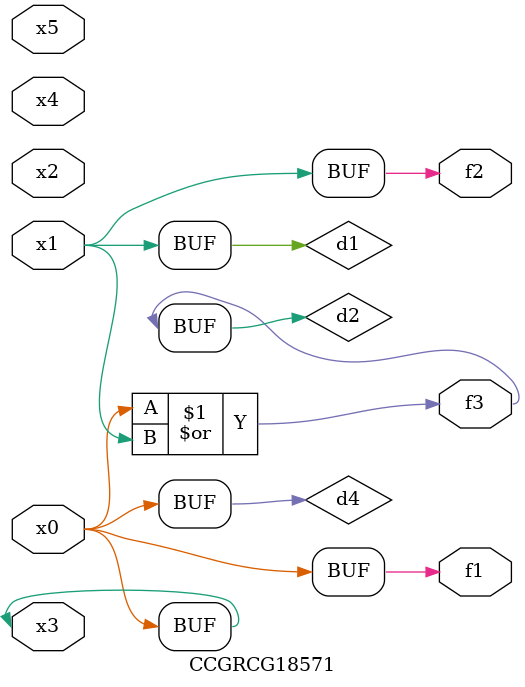
<source format=v>
module CCGRCG18571(
	input x0, x1, x2, x3, x4, x5,
	output f1, f2, f3
);

	wire d1, d2, d3, d4;

	and (d1, x1);
	or (d2, x0, x1);
	nand (d3, x0, x5);
	buf (d4, x0, x3);
	assign f1 = d4;
	assign f2 = d1;
	assign f3 = d2;
endmodule

</source>
